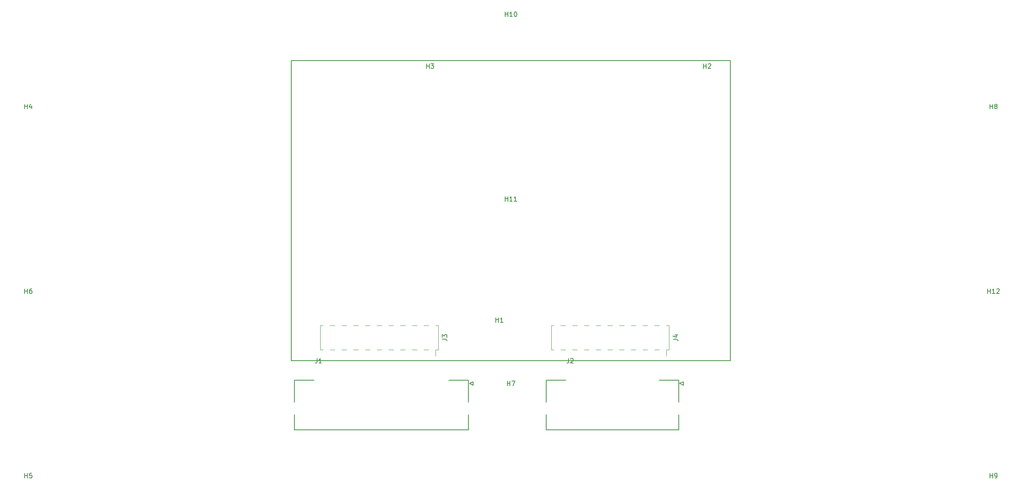
<source format=gbr>
%TF.GenerationSoftware,KiCad,Pcbnew,7.0.1*%
%TF.CreationDate,2025-05-28T16:08:48+02:00*%
%TF.ProjectId,federkontaktplatine_oben,66656465-726b-46f6-9e74-616b74706c61,rev?*%
%TF.SameCoordinates,Original*%
%TF.FileFunction,Legend,Top*%
%TF.FilePolarity,Positive*%
%FSLAX46Y46*%
G04 Gerber Fmt 4.6, Leading zero omitted, Abs format (unit mm)*
G04 Created by KiCad (PCBNEW 7.0.1) date 2025-05-28 16:08:48*
%MOMM*%
%LPD*%
G01*
G04 APERTURE LIST*
%ADD10C,0.150000*%
%ADD11C,0.120000*%
%ADD12C,0.127000*%
G04 APERTURE END LIST*
D10*
X100500000Y-45000000D02*
X195500000Y-45000000D01*
X195500000Y-110000000D01*
X100500000Y-110000000D01*
X100500000Y-45000000D01*
%TO.C,H8*%
X251738095Y-55412619D02*
X251738095Y-54412619D01*
X251738095Y-54888809D02*
X252309523Y-54888809D01*
X252309523Y-55412619D02*
X252309523Y-54412619D01*
X252928571Y-54841190D02*
X252833333Y-54793571D01*
X252833333Y-54793571D02*
X252785714Y-54745952D01*
X252785714Y-54745952D02*
X252738095Y-54650714D01*
X252738095Y-54650714D02*
X252738095Y-54603095D01*
X252738095Y-54603095D02*
X252785714Y-54507857D01*
X252785714Y-54507857D02*
X252833333Y-54460238D01*
X252833333Y-54460238D02*
X252928571Y-54412619D01*
X252928571Y-54412619D02*
X253119047Y-54412619D01*
X253119047Y-54412619D02*
X253214285Y-54460238D01*
X253214285Y-54460238D02*
X253261904Y-54507857D01*
X253261904Y-54507857D02*
X253309523Y-54603095D01*
X253309523Y-54603095D02*
X253309523Y-54650714D01*
X253309523Y-54650714D02*
X253261904Y-54745952D01*
X253261904Y-54745952D02*
X253214285Y-54793571D01*
X253214285Y-54793571D02*
X253119047Y-54841190D01*
X253119047Y-54841190D02*
X252928571Y-54841190D01*
X252928571Y-54841190D02*
X252833333Y-54888809D01*
X252833333Y-54888809D02*
X252785714Y-54936428D01*
X252785714Y-54936428D02*
X252738095Y-55031666D01*
X252738095Y-55031666D02*
X252738095Y-55222142D01*
X252738095Y-55222142D02*
X252785714Y-55317380D01*
X252785714Y-55317380D02*
X252833333Y-55365000D01*
X252833333Y-55365000D02*
X252928571Y-55412619D01*
X252928571Y-55412619D02*
X253119047Y-55412619D01*
X253119047Y-55412619D02*
X253214285Y-55365000D01*
X253214285Y-55365000D02*
X253261904Y-55317380D01*
X253261904Y-55317380D02*
X253309523Y-55222142D01*
X253309523Y-55222142D02*
X253309523Y-55031666D01*
X253309523Y-55031666D02*
X253261904Y-54936428D01*
X253261904Y-54936428D02*
X253214285Y-54888809D01*
X253214285Y-54888809D02*
X253119047Y-54841190D01*
%TO.C,J4*%
X183162619Y-105333333D02*
X183876904Y-105333333D01*
X183876904Y-105333333D02*
X184019761Y-105380952D01*
X184019761Y-105380952D02*
X184115000Y-105476190D01*
X184115000Y-105476190D02*
X184162619Y-105619047D01*
X184162619Y-105619047D02*
X184162619Y-105714285D01*
X183495952Y-104428571D02*
X184162619Y-104428571D01*
X183115000Y-104666666D02*
X183829285Y-104904761D01*
X183829285Y-104904761D02*
X183829285Y-104285714D01*
%TO.C,H12*%
X251261905Y-95412619D02*
X251261905Y-94412619D01*
X251261905Y-94888809D02*
X251833333Y-94888809D01*
X251833333Y-95412619D02*
X251833333Y-94412619D01*
X252833333Y-95412619D02*
X252261905Y-95412619D01*
X252547619Y-95412619D02*
X252547619Y-94412619D01*
X252547619Y-94412619D02*
X252452381Y-94555476D01*
X252452381Y-94555476D02*
X252357143Y-94650714D01*
X252357143Y-94650714D02*
X252261905Y-94698333D01*
X253214286Y-94507857D02*
X253261905Y-94460238D01*
X253261905Y-94460238D02*
X253357143Y-94412619D01*
X253357143Y-94412619D02*
X253595238Y-94412619D01*
X253595238Y-94412619D02*
X253690476Y-94460238D01*
X253690476Y-94460238D02*
X253738095Y-94507857D01*
X253738095Y-94507857D02*
X253785714Y-94603095D01*
X253785714Y-94603095D02*
X253785714Y-94698333D01*
X253785714Y-94698333D02*
X253738095Y-94841190D01*
X253738095Y-94841190D02*
X253166667Y-95412619D01*
X253166667Y-95412619D02*
X253785714Y-95412619D01*
%TO.C,H6*%
X42738095Y-95412619D02*
X42738095Y-94412619D01*
X42738095Y-94888809D02*
X43309523Y-94888809D01*
X43309523Y-95412619D02*
X43309523Y-94412619D01*
X44214285Y-94412619D02*
X44023809Y-94412619D01*
X44023809Y-94412619D02*
X43928571Y-94460238D01*
X43928571Y-94460238D02*
X43880952Y-94507857D01*
X43880952Y-94507857D02*
X43785714Y-94650714D01*
X43785714Y-94650714D02*
X43738095Y-94841190D01*
X43738095Y-94841190D02*
X43738095Y-95222142D01*
X43738095Y-95222142D02*
X43785714Y-95317380D01*
X43785714Y-95317380D02*
X43833333Y-95365000D01*
X43833333Y-95365000D02*
X43928571Y-95412619D01*
X43928571Y-95412619D02*
X44119047Y-95412619D01*
X44119047Y-95412619D02*
X44214285Y-95365000D01*
X44214285Y-95365000D02*
X44261904Y-95317380D01*
X44261904Y-95317380D02*
X44309523Y-95222142D01*
X44309523Y-95222142D02*
X44309523Y-94984047D01*
X44309523Y-94984047D02*
X44261904Y-94888809D01*
X44261904Y-94888809D02*
X44214285Y-94841190D01*
X44214285Y-94841190D02*
X44119047Y-94793571D01*
X44119047Y-94793571D02*
X43928571Y-94793571D01*
X43928571Y-94793571D02*
X43833333Y-94841190D01*
X43833333Y-94841190D02*
X43785714Y-94888809D01*
X43785714Y-94888809D02*
X43738095Y-94984047D01*
%TO.C,H9*%
X251738095Y-135412619D02*
X251738095Y-134412619D01*
X251738095Y-134888809D02*
X252309523Y-134888809D01*
X252309523Y-135412619D02*
X252309523Y-134412619D01*
X252833333Y-135412619D02*
X253023809Y-135412619D01*
X253023809Y-135412619D02*
X253119047Y-135365000D01*
X253119047Y-135365000D02*
X253166666Y-135317380D01*
X253166666Y-135317380D02*
X253261904Y-135174523D01*
X253261904Y-135174523D02*
X253309523Y-134984047D01*
X253309523Y-134984047D02*
X253309523Y-134603095D01*
X253309523Y-134603095D02*
X253261904Y-134507857D01*
X253261904Y-134507857D02*
X253214285Y-134460238D01*
X253214285Y-134460238D02*
X253119047Y-134412619D01*
X253119047Y-134412619D02*
X252928571Y-134412619D01*
X252928571Y-134412619D02*
X252833333Y-134460238D01*
X252833333Y-134460238D02*
X252785714Y-134507857D01*
X252785714Y-134507857D02*
X252738095Y-134603095D01*
X252738095Y-134603095D02*
X252738095Y-134841190D01*
X252738095Y-134841190D02*
X252785714Y-134936428D01*
X252785714Y-134936428D02*
X252833333Y-134984047D01*
X252833333Y-134984047D02*
X252928571Y-135031666D01*
X252928571Y-135031666D02*
X253119047Y-135031666D01*
X253119047Y-135031666D02*
X253214285Y-134984047D01*
X253214285Y-134984047D02*
X253261904Y-134936428D01*
X253261904Y-134936428D02*
X253309523Y-134841190D01*
%TO.C,H7*%
X147238095Y-115412619D02*
X147238095Y-114412619D01*
X147238095Y-114888809D02*
X147809523Y-114888809D01*
X147809523Y-115412619D02*
X147809523Y-114412619D01*
X148190476Y-114412619D02*
X148857142Y-114412619D01*
X148857142Y-114412619D02*
X148428571Y-115412619D01*
%TO.C,H10*%
X146761905Y-35412619D02*
X146761905Y-34412619D01*
X146761905Y-34888809D02*
X147333333Y-34888809D01*
X147333333Y-35412619D02*
X147333333Y-34412619D01*
X148333333Y-35412619D02*
X147761905Y-35412619D01*
X148047619Y-35412619D02*
X148047619Y-34412619D01*
X148047619Y-34412619D02*
X147952381Y-34555476D01*
X147952381Y-34555476D02*
X147857143Y-34650714D01*
X147857143Y-34650714D02*
X147761905Y-34698333D01*
X148952381Y-34412619D02*
X149047619Y-34412619D01*
X149047619Y-34412619D02*
X149142857Y-34460238D01*
X149142857Y-34460238D02*
X149190476Y-34507857D01*
X149190476Y-34507857D02*
X149238095Y-34603095D01*
X149238095Y-34603095D02*
X149285714Y-34793571D01*
X149285714Y-34793571D02*
X149285714Y-35031666D01*
X149285714Y-35031666D02*
X149238095Y-35222142D01*
X149238095Y-35222142D02*
X149190476Y-35317380D01*
X149190476Y-35317380D02*
X149142857Y-35365000D01*
X149142857Y-35365000D02*
X149047619Y-35412619D01*
X149047619Y-35412619D02*
X148952381Y-35412619D01*
X148952381Y-35412619D02*
X148857143Y-35365000D01*
X148857143Y-35365000D02*
X148809524Y-35317380D01*
X148809524Y-35317380D02*
X148761905Y-35222142D01*
X148761905Y-35222142D02*
X148714286Y-35031666D01*
X148714286Y-35031666D02*
X148714286Y-34793571D01*
X148714286Y-34793571D02*
X148761905Y-34603095D01*
X148761905Y-34603095D02*
X148809524Y-34507857D01*
X148809524Y-34507857D02*
X148857143Y-34460238D01*
X148857143Y-34460238D02*
X148952381Y-34412619D01*
%TO.C,H4*%
X42738095Y-55412619D02*
X42738095Y-54412619D01*
X42738095Y-54888809D02*
X43309523Y-54888809D01*
X43309523Y-55412619D02*
X43309523Y-54412619D01*
X44214285Y-54745952D02*
X44214285Y-55412619D01*
X43976190Y-54365000D02*
X43738095Y-55079285D01*
X43738095Y-55079285D02*
X44357142Y-55079285D01*
%TO.C,H5*%
X42738095Y-135412619D02*
X42738095Y-134412619D01*
X42738095Y-134888809D02*
X43309523Y-134888809D01*
X43309523Y-135412619D02*
X43309523Y-134412619D01*
X44261904Y-134412619D02*
X43785714Y-134412619D01*
X43785714Y-134412619D02*
X43738095Y-134888809D01*
X43738095Y-134888809D02*
X43785714Y-134841190D01*
X43785714Y-134841190D02*
X43880952Y-134793571D01*
X43880952Y-134793571D02*
X44119047Y-134793571D01*
X44119047Y-134793571D02*
X44214285Y-134841190D01*
X44214285Y-134841190D02*
X44261904Y-134888809D01*
X44261904Y-134888809D02*
X44309523Y-134984047D01*
X44309523Y-134984047D02*
X44309523Y-135222142D01*
X44309523Y-135222142D02*
X44261904Y-135317380D01*
X44261904Y-135317380D02*
X44214285Y-135365000D01*
X44214285Y-135365000D02*
X44119047Y-135412619D01*
X44119047Y-135412619D02*
X43880952Y-135412619D01*
X43880952Y-135412619D02*
X43785714Y-135365000D01*
X43785714Y-135365000D02*
X43738095Y-135317380D01*
%TO.C,H3*%
X129738095Y-46662619D02*
X129738095Y-45662619D01*
X129738095Y-46138809D02*
X130309523Y-46138809D01*
X130309523Y-46662619D02*
X130309523Y-45662619D01*
X130690476Y-45662619D02*
X131309523Y-45662619D01*
X131309523Y-45662619D02*
X130976190Y-46043571D01*
X130976190Y-46043571D02*
X131119047Y-46043571D01*
X131119047Y-46043571D02*
X131214285Y-46091190D01*
X131214285Y-46091190D02*
X131261904Y-46138809D01*
X131261904Y-46138809D02*
X131309523Y-46234047D01*
X131309523Y-46234047D02*
X131309523Y-46472142D01*
X131309523Y-46472142D02*
X131261904Y-46567380D01*
X131261904Y-46567380D02*
X131214285Y-46615000D01*
X131214285Y-46615000D02*
X131119047Y-46662619D01*
X131119047Y-46662619D02*
X130833333Y-46662619D01*
X130833333Y-46662619D02*
X130738095Y-46615000D01*
X130738095Y-46615000D02*
X130690476Y-46567380D01*
%TO.C,J3*%
X133162619Y-105333333D02*
X133876904Y-105333333D01*
X133876904Y-105333333D02*
X134019761Y-105380952D01*
X134019761Y-105380952D02*
X134115000Y-105476190D01*
X134115000Y-105476190D02*
X134162619Y-105619047D01*
X134162619Y-105619047D02*
X134162619Y-105714285D01*
X133162619Y-104952380D02*
X133162619Y-104333333D01*
X133162619Y-104333333D02*
X133543571Y-104666666D01*
X133543571Y-104666666D02*
X133543571Y-104523809D01*
X133543571Y-104523809D02*
X133591190Y-104428571D01*
X133591190Y-104428571D02*
X133638809Y-104380952D01*
X133638809Y-104380952D02*
X133734047Y-104333333D01*
X133734047Y-104333333D02*
X133972142Y-104333333D01*
X133972142Y-104333333D02*
X134067380Y-104380952D01*
X134067380Y-104380952D02*
X134115000Y-104428571D01*
X134115000Y-104428571D02*
X134162619Y-104523809D01*
X134162619Y-104523809D02*
X134162619Y-104809523D01*
X134162619Y-104809523D02*
X134115000Y-104904761D01*
X134115000Y-104904761D02*
X134067380Y-104952380D01*
%TO.C,H2*%
X189738095Y-46662619D02*
X189738095Y-45662619D01*
X189738095Y-46138809D02*
X190309523Y-46138809D01*
X190309523Y-46662619D02*
X190309523Y-45662619D01*
X190738095Y-45757857D02*
X190785714Y-45710238D01*
X190785714Y-45710238D02*
X190880952Y-45662619D01*
X190880952Y-45662619D02*
X191119047Y-45662619D01*
X191119047Y-45662619D02*
X191214285Y-45710238D01*
X191214285Y-45710238D02*
X191261904Y-45757857D01*
X191261904Y-45757857D02*
X191309523Y-45853095D01*
X191309523Y-45853095D02*
X191309523Y-45948333D01*
X191309523Y-45948333D02*
X191261904Y-46091190D01*
X191261904Y-46091190D02*
X190690476Y-46662619D01*
X190690476Y-46662619D02*
X191309523Y-46662619D01*
%TO.C,H1*%
X144738095Y-101662619D02*
X144738095Y-100662619D01*
X144738095Y-101138809D02*
X145309523Y-101138809D01*
X145309523Y-101662619D02*
X145309523Y-100662619D01*
X146309523Y-101662619D02*
X145738095Y-101662619D01*
X146023809Y-101662619D02*
X146023809Y-100662619D01*
X146023809Y-100662619D02*
X145928571Y-100805476D01*
X145928571Y-100805476D02*
X145833333Y-100900714D01*
X145833333Y-100900714D02*
X145738095Y-100948333D01*
%TO.C,J1*%
X106016666Y-109520819D02*
X106016666Y-110235104D01*
X106016666Y-110235104D02*
X105969047Y-110377961D01*
X105969047Y-110377961D02*
X105873809Y-110473200D01*
X105873809Y-110473200D02*
X105730952Y-110520819D01*
X105730952Y-110520819D02*
X105635714Y-110520819D01*
X107016666Y-110520819D02*
X106445238Y-110520819D01*
X106730952Y-110520819D02*
X106730952Y-109520819D01*
X106730952Y-109520819D02*
X106635714Y-109663676D01*
X106635714Y-109663676D02*
X106540476Y-109758914D01*
X106540476Y-109758914D02*
X106445238Y-109806533D01*
%TO.C,H11*%
X146761905Y-75412619D02*
X146761905Y-74412619D01*
X146761905Y-74888809D02*
X147333333Y-74888809D01*
X147333333Y-75412619D02*
X147333333Y-74412619D01*
X148333333Y-75412619D02*
X147761905Y-75412619D01*
X148047619Y-75412619D02*
X148047619Y-74412619D01*
X148047619Y-74412619D02*
X147952381Y-74555476D01*
X147952381Y-74555476D02*
X147857143Y-74650714D01*
X147857143Y-74650714D02*
X147761905Y-74698333D01*
X149285714Y-75412619D02*
X148714286Y-75412619D01*
X149000000Y-75412619D02*
X149000000Y-74412619D01*
X149000000Y-74412619D02*
X148904762Y-74555476D01*
X148904762Y-74555476D02*
X148809524Y-74650714D01*
X148809524Y-74650714D02*
X148714286Y-74698333D01*
%TO.C,J2*%
X160516666Y-109520819D02*
X160516666Y-110235104D01*
X160516666Y-110235104D02*
X160469047Y-110377961D01*
X160469047Y-110377961D02*
X160373809Y-110473200D01*
X160373809Y-110473200D02*
X160230952Y-110520819D01*
X160230952Y-110520819D02*
X160135714Y-110520819D01*
X160945238Y-109616057D02*
X160992857Y-109568438D01*
X160992857Y-109568438D02*
X161088095Y-109520819D01*
X161088095Y-109520819D02*
X161326190Y-109520819D01*
X161326190Y-109520819D02*
X161421428Y-109568438D01*
X161421428Y-109568438D02*
X161469047Y-109616057D01*
X161469047Y-109616057D02*
X161516666Y-109711295D01*
X161516666Y-109711295D02*
X161516666Y-109806533D01*
X161516666Y-109806533D02*
X161469047Y-109949390D01*
X161469047Y-109949390D02*
X160897619Y-110520819D01*
X160897619Y-110520819D02*
X161516666Y-110520819D01*
D11*
%TO.C,J4*%
X182260000Y-102400000D02*
X181690000Y-102400000D01*
X182260000Y-102400000D02*
X182260000Y-107600000D01*
X180170000Y-102400000D02*
X179150000Y-102400000D01*
X177630000Y-102400000D02*
X176610000Y-102400000D01*
X175090000Y-102400000D02*
X174070000Y-102400000D01*
X172550000Y-102400000D02*
X171530000Y-102400000D01*
X170010000Y-102400000D02*
X168990000Y-102400000D01*
X167470000Y-102400000D02*
X166450000Y-102400000D01*
X164930000Y-102400000D02*
X163910000Y-102400000D01*
X162390000Y-102400000D02*
X161370000Y-102400000D01*
X159850000Y-102400000D02*
X158830000Y-102400000D01*
X157310000Y-102400000D02*
X156740000Y-102400000D01*
X156740000Y-102400000D02*
X156740000Y-107600000D01*
X182260000Y-107600000D02*
X181690000Y-107600000D01*
X181690000Y-107600000D02*
X181690000Y-108960000D01*
X180170000Y-107600000D02*
X179150000Y-107600000D01*
X177630000Y-107600000D02*
X176610000Y-107600000D01*
X175090000Y-107600000D02*
X174070000Y-107600000D01*
X172550000Y-107600000D02*
X171530000Y-107600000D01*
X170010000Y-107600000D02*
X168990000Y-107600000D01*
X167470000Y-107600000D02*
X166450000Y-107600000D01*
X164930000Y-107600000D02*
X163910000Y-107600000D01*
X162390000Y-107600000D02*
X161370000Y-107600000D01*
X159850000Y-107600000D02*
X158830000Y-107600000D01*
X157310000Y-107600000D02*
X156740000Y-107600000D01*
%TO.C,J3*%
X132260000Y-102400000D02*
X131690000Y-102400000D01*
X132260000Y-102400000D02*
X132260000Y-107600000D01*
X130170000Y-102400000D02*
X129150000Y-102400000D01*
X127630000Y-102400000D02*
X126610000Y-102400000D01*
X125090000Y-102400000D02*
X124070000Y-102400000D01*
X122550000Y-102400000D02*
X121530000Y-102400000D01*
X120010000Y-102400000D02*
X118990000Y-102400000D01*
X117470000Y-102400000D02*
X116450000Y-102400000D01*
X114930000Y-102400000D02*
X113910000Y-102400000D01*
X112390000Y-102400000D02*
X111370000Y-102400000D01*
X109850000Y-102400000D02*
X108830000Y-102400000D01*
X107310000Y-102400000D02*
X106740000Y-102400000D01*
X106740000Y-102400000D02*
X106740000Y-107600000D01*
X132260000Y-107600000D02*
X131690000Y-107600000D01*
X131690000Y-107600000D02*
X131690000Y-108960000D01*
X130170000Y-107600000D02*
X129150000Y-107600000D01*
X127630000Y-107600000D02*
X126610000Y-107600000D01*
X125090000Y-107600000D02*
X124070000Y-107600000D01*
X122550000Y-107600000D02*
X121530000Y-107600000D01*
X120010000Y-107600000D02*
X118990000Y-107600000D01*
X117470000Y-107600000D02*
X116450000Y-107600000D01*
X114930000Y-107600000D02*
X113910000Y-107600000D01*
X112390000Y-107600000D02*
X111370000Y-107600000D01*
X109850000Y-107600000D02*
X108830000Y-107600000D01*
X107310000Y-107600000D02*
X106740000Y-107600000D01*
D12*
%TO.C,J1*%
X101175000Y-114250000D02*
X101175000Y-119000000D01*
X101175000Y-114250000D02*
X105390000Y-114250000D01*
X101175000Y-121680000D02*
X101175000Y-124950000D01*
X138825000Y-114250000D02*
X134610000Y-114250000D01*
X138825000Y-114250000D02*
X138825000Y-119000000D01*
X138825000Y-124950000D02*
X101175000Y-124950000D01*
X138825000Y-124950000D02*
X138825000Y-121680000D01*
X139050000Y-114930000D02*
X139850000Y-114530000D01*
X139850000Y-114530000D02*
X139850000Y-115330000D01*
X139850000Y-115330000D02*
X139050000Y-114930000D01*
%TO.C,J2*%
X155675000Y-114250000D02*
X155675000Y-119000000D01*
X155675000Y-114250000D02*
X159890000Y-114250000D01*
X155675000Y-121680000D02*
X155675000Y-124950000D01*
X184325000Y-114250000D02*
X180110000Y-114250000D01*
X184325000Y-114250000D02*
X184325000Y-119000000D01*
X184325000Y-124950000D02*
X155675000Y-124950000D01*
X184325000Y-124950000D02*
X184325000Y-121680000D01*
X184550000Y-114930000D02*
X185350000Y-114530000D01*
X185350000Y-114530000D02*
X185350000Y-115330000D01*
X185350000Y-115330000D02*
X184550000Y-114930000D01*
%TD*%
M02*

</source>
